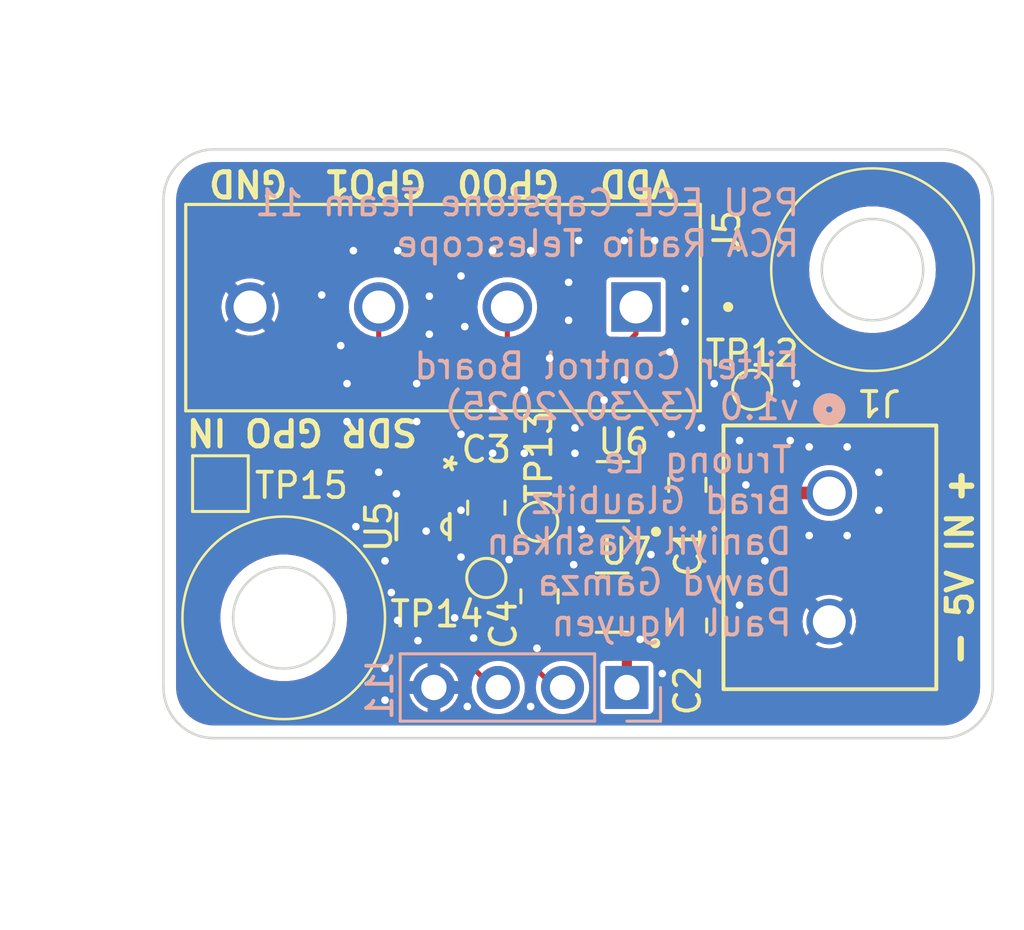
<source format=kicad_pcb>
(kicad_pcb (version 20240108) (generator "pcbnew") (generator_version "8.0")
  (title_block (title "RCA Telescope PCBs") (date "2025-03-30"))
  (layers (0 "F.Cu" signal) (31 "B.Cu" signal) (34 "B.Paste" user) (35 "F.Paste" user) (36 "B.SilkS" user "B.Silkscreen") (37 "F.SilkS" user "F.Silkscreen") (38 "B.Mask" user) (39 "F.Mask" user) (44 "Edge.Cuts" user))
  (net 0 "")
  (net 1 "/SDR_GPO_1")
  (net 2 "/SDR_GPO_0")
  (net 3 "/SDR_GPO_VDD")
  (net 4 "/Filters/INT_CTRL_V1")
  (net 5 "/Filters/INT_CTRL_V2")
  (net 6 "/Filters/+3V3")
  (net 7 "/FILTER_GND")
  (net 8 "/FiltersCTRL/5V_IN")
  (net 9 "/FiltersCTRL/+1V8")
  (footprint "Library:DCU8" (layer "F.Cu") (at 98.875 34.9 -90)
    (property "Reference" "U5" (at 0 1.75 90) (layer "F.SilkS"))
    (property "Value" "SN74AVC2T45DCUR")
    (fp_line (start -0.505705 1.0541) (end 0.505705 1.0541) (stroke (width 0.1524)) (layer "F.SilkS"))
    (fp_line (start 0.505705 -1.0541) (end -0.505705 -1.0541) (stroke (width 0.1524)) (layer "F.SilkS"))
    (fp_arc (start 0.3048 -1.0541) (mid 0 -0.7493) (end -0.3048 -1.0541) (stroke (width 0.1524)) (layer "F.SilkS"))
    (fp_text user "*" (at -2.5 -0.75 -90) (layer "F.SilkS"))
    (pad "1" smd rect (at -1.3716 -0.750001 270) (size 1.1684 0.254) (layers "F.Cu" "F.Paste" "F.Mask") (net 3 "/SDR_GPO_VDD"))
    (pad "2" smd rect (at -1.3716 -0.25 270) (size 1.1684 0.254) (layers "F.Cu" "F.Paste" "F.Mask") (net 2 "/SDR_GPO_0"))
    (pad "3" smd rect (at -1.3716 0.25 270) (size 1.1684 0.254) (layers "F.Cu" "F.Paste" "F.Mask") (net 1 "/SDR_GPO_1"))
    (pad "4" smd rect (at -1.3716 0.750001 270) (size 1.1684 0.254) (layers "F.Cu" "F.Paste" "F.Mask") (net 7 "/FILTER_GND"))
    (pad "5" smd rect (at 1.3716 0.750001 270) (size 1.1684 0.254) (layers "F.Cu" "F.Paste" "F.Mask") (net 3 "/SDR_GPO_VDD"))
    (pad "6" smd rect (at 1.3716 0.25 270) (size 1.1684 0.254) (layers "F.Cu" "F.Paste" "F.Mask") (net 5 "/Filters/INT_CTRL_V2"))
    (pad "7" smd rect (at 1.3716 -0.25 270) (size 1.1684 0.254) (layers "F.Cu" "F.Paste" "F.Mask") (net 4 "/Filters/INT_CTRL_V1"))
    (pad "8" smd rect (at 1.3716 -0.750001 270) (size 1.1684 0.254) (layers "F.Cu" "F.Paste" "F.Mask") (net 9 "/FiltersCTRL/+1V8"))
  )
  (footprint "PCM_kikit:Board" (layer "F.Cu") (at 91.7125 19.95)
    (property "Reference" "FC")
    (property "Value" "Board")
  )
  (footprint "Library:CONN_1729128_PXC" (layer "F.Cu") (at 114.917501 33.57 -90)
    (property "Reference" "J1" (at -3.57 -1.957499 180) (layer "F.SilkS"))
    (property "Value" "5V In For Filter Board")
    (fp_circle (center -3.302 0) (end -2.921 0) (stroke (width 0.508)) (fill none) (layer "B.SilkS"))
    (fp_line (start -2.667 4.177) (end 7.747 4.177) (stroke (width 0.1524)) (layer "F.SilkS"))
    (fp_line (start 7.747 4.177) (end 7.747 -4.226999) (stroke (width 0.1524)) (layer "F.SilkS"))
    (fp_line (start -2.667 -4.226999) (end -2.667 4.177) (stroke (width 0.1524)) (layer "F.SilkS"))
    (fp_line (start 7.747 -4.226999) (end -2.667 -4.226999) (stroke (width 0.1524)) (layer "F.SilkS"))
    (fp_circle (center -3.302 0) (end -2.921 0) (stroke (width 0.508)) (fill none) (layer "F.SilkS"))
    (pad "1" thru_hole circle (at 0 0 270) (size 1.8034 1.8034) (drill 1.2954) (layers "*.Cu" "*.Mask") (net 8 "/FiltersCTRL/5V_IN"))
    (pad "2" thru_hole circle (at 5.08 0 270) (size 1.8034 1.8034) (drill 1.2954) (layers "*.Cu" "*.Mask") (net 7 "/FILTER_GND"))
  )
  (footprint "Library:PHOENIX_1729144" (layer "F.Cu") (at 109.825 22.175 180)
    (property "Reference" "J5" (at -1.05 -1.075 90) (layer "F.SilkS"))
    (property "Value" "Input from SDR")
    (fp_line (start 20.32 0) (end 20.32 -8.15) (stroke (width 0.127)) (layer "F.SilkS"))
    (fp_line (start 20.32 -8.15) (end 0 -8.15) (stroke (width 0.127)) (layer "F.SilkS"))
    (fp_line (start 0 0) (end 20.32 0) (stroke (width 0.127)) (layer "F.SilkS"))
    (fp_line (start 0 -8.15) (end 0 0) (stroke (width 0.127)) (layer "F.SilkS"))
    (fp_circle (center -1.1 -4.05) (end -1 -4.05) (stroke (width 0.2)) (fill none) (layer "F.SilkS"))
    (pad "1" thru_hole rect (at 2.54 -4.05 180) (size 1.95 1.95) (drill 1.3) (layers "*.Cu" "*.Mask") (net 3 "/SDR_GPO_VDD"))
    (pad "2" thru_hole circle (at 7.62 -4.05 180) (size 1.95 1.95) (drill 1.3) (layers "*.Cu" "*.Mask") (net 2 "/SDR_GPO_0"))
    (pad "3" thru_hole circle (at 12.7 -4.05 180) (size 1.95 1.95) (drill 1.3) (layers "*.Cu" "*.Mask") (net 1 "/SDR_GPO_1"))
    (pad "4" thru_hole circle (at 17.78 -4.05 180) (size 1.95 1.95) (drill 1.3) (layers "*.Cu" "*.Mask") (net 7 "/FILTER_GND"))
  )
  (footprint "Capacitor_SMD:C_0805_2012Metric" (layer "F.Cu") (at 103.475 37.65 -90)
    (property "Reference" "C4" (at 1.1 1.425 90) (layer "F.SilkS"))
    (property "Value" "1 uF")
    (fp_line (start -0.261252 0.735) (end 0.261252 0.735) (stroke (width 0.12)) (layer "F.SilkS"))
    (fp_line (start -0.261252 -0.735) (end 0.261252 -0.735) (stroke (width 0.12)) (layer "F.SilkS"))
    (pad "1" smd roundrect (at -0.95 0 270) (size 1 1.45) (layers "F.Cu" "F.Paste" "F.Mask") (net 7 "/FILTER_GND"))
    (pad "2" smd roundrect (at 0.95 0 270) (size 1 1.45) (layers "F.Cu" "F.Paste" "F.Mask") (net 6 "/Filters/+3V3"))
  )
  (footprint "Capacitor_SMD:C_0805_2012Metric" (layer "F.Cu") (at 101.375 34.15 -90)
    (property "Reference" "C3" (at -2.3 0 0) (layer "F.SilkS"))
    (property "Value" "1 uF")
    (fp_line (start -0.261252 0.735) (end 0.261252 0.735) (stroke (width 0.12)) (layer "F.SilkS"))
    (fp_line (start -0.261252 -0.735) (end 0.261252 -0.735) (stroke (width 0.12)) (layer "F.SilkS"))
    (pad "1" smd roundrect (at -0.95 0 270) (size 1 1.45) (layers "F.Cu" "F.Paste" "F.Mask") (net 7 "/FILTER_GND"))
    (pad "2" smd roundrect (at 0.95 0 270) (size 1 1.45) (layers "F.Cu" "F.Paste" "F.Mask") (net 9 "/FiltersCTRL/+1V8"))
  )
  (footprint "Library:SOT65P210X110-5N" (layer "F.Cu") (at 106.375 33.5 180)
    (property "Reference" "U6" (at -0.425 1.95 0) (layer "F.SilkS"))
    (property "Value" "MIC5365-1.8YC5-TR")
    (fp_line (start 0.625 -1.17) (end -0.625 -1.17) (stroke (width 0.127)) (layer "F.SilkS"))
    (fp_line (start -0.625 1.17) (end 0.625 1.17) (stroke (width 0.127)) (layer "F.SilkS"))
    (fp_circle (center -1.7 -1.6) (end -1.6 -1.6) (stroke (width 0.2)) (fill none) (layer "F.SilkS"))
    (pad "1" smd rect (at -0.97 -0.6875 180) (size 1.17 0.375) (layers "F.Cu" "F.Paste" "F.Mask") (net 8 "/FiltersCTRL/5V_IN"))
    (pad "2" smd rect (at -0.97 0 180) (size 1.17 0.3) (layers "F.Cu" "F.Paste" "F.Mask") (net 7 "/FILTER_GND"))
    (pad "3" smd rect (at -0.97 0.6625 180) (size 1.17 0.375) (layers "F.Cu" "F.Paste" "F.Mask") (net 8 "/FiltersCTRL/5V_IN"))
    (pad "4" smd rect (at 0.97 0.65 180) (size 1.17 0.4) (layers "F.Cu" "F.Paste" "F.Mask"))
    (pad "5" smd rect (at 0.97 -0.65 180) (size 1.17 0.4) (layers "F.Cu" "F.Paste" "F.Mask") (net 9 "/FiltersCTRL/+1V8"))
  )
  (footprint "Library:SOT65P210X110-5N" (layer "F.Cu") (at 106.3425 37.9 180)
    (property "Reference" "U7" (at -0.5575 2.025 0) (layer "F.SilkS"))
    (property "Value" "MIC5365-3.3YC5-TR")
    (fp_line (start 0.625 -1.17) (end -0.625 -1.17) (stroke (width 0.127)) (layer "F.SilkS"))
    (fp_line (start -0.625 1.17) (end 0.625 1.17) (stroke (width 0.127)) (layer "F.SilkS"))
    (fp_circle (center -1.7 -1.6) (end -1.6 -1.6) (stroke (width 0.2)) (fill none) (layer "F.SilkS"))
    (pad "1" smd rect (at -0.97 -0.6875 180) (size 1.17 0.375) (layers "F.Cu" "F.Paste" "F.Mask") (net 8 "/FiltersCTRL/5V_IN"))
    (pad "2" smd rect (at -0.97 0 180) (size 1.17 0.3) (layers "F.Cu" "F.Paste" "F.Mask") (net 7 "/FILTER_GND"))
    (pad "3" smd rect (at -0.97 0.6625 180) (size 1.17 0.375) (layers "F.Cu" "F.Paste" "F.Mask") (net 8 "/FiltersCTRL/5V_IN"))
    (pad "4" smd rect (at 0.97 0.65 180) (size 1.17 0.4) (layers "F.Cu" "F.Paste" "F.Mask"))
    (pad "5" smd rect (at 0.97 -0.65 180) (size 1.17 0.4) (layers "F.Cu" "F.Paste" "F.Mask") (net 6 "/Filters/+3V3"))
  )
  (footprint "Library:TestPoint_Pad_D1.0mm_Edit" (layer "F.Cu") (at 101.375 36.925)
    (property "Reference" "TP14" (at -1.95 1.425 0) (layer "F.SilkS"))
    (property "Value" "TestPoint")
    (fp_circle (center 0 0) (end 0 0.775) (stroke (width 0.12)) (fill none) (layer "F.SilkS"))
    (pad "1" smd circle (at 0 0) (size 1 1) (layers "F.Cu" "F.Mask") (net 6 "/Filters/+3V3"))
  )
  (footprint "Library:TestPoint_Pad_1.5x1.5mm_Edit" (layer "F.Cu") (at 90.875 33.2 180)
    (property "Reference" "TP15" (at -3.2 -0.075 0) (layer "F.SilkS"))
    (property "Value" "TestPoint")
    (fp_line (start 1.1 1.1) (end -1.1 1.1) (stroke (width 0.12)) (layer "F.SilkS"))
    (fp_line (start 1.1 -1.1) (end 1.1 1.1) (stroke (width 0.12)) (layer "F.SilkS"))
    (fp_line (start -1.1 1.1) (end -1.1 -1.1) (stroke (width 0.12)) (layer "F.SilkS"))
    (fp_line (start -1.1 -1.1) (end 1.1 -1.1) (stroke (width 0.12)) (layer "F.SilkS"))
    (pad "1" smd rect (at 0 0 180) (size 1.5 1.5) (layers "F.Cu" "F.Mask") (net 7 "/FILTER_GND"))
  )
  (footprint "Capacitor_SMD:C_0805_2012Metric" (layer "F.Cu") (at 109.3425 38.8 -90)
    (property "Reference" "C2" (at 2.575 0.0175 90) (layer "F.SilkS"))
    (property "Value" "1 uF")
    (fp_line (start -0.261252 0.735) (end 0.261252 0.735) (stroke (width 0.12)) (layer "F.SilkS"))
    (fp_line (start -0.261252 -0.735) (end 0.261252 -0.735) (stroke (width 0.12)) (layer "F.SilkS"))
    (pad "1" smd roundrect (at -0.95 0 270) (size 1 1.45) (layers "F.Cu" "F.Paste" "F.Mask") (net 8 "/FiltersCTRL/5V_IN"))
    (pad "2" smd roundrect (at 0.95 0 270) (size 1 1.45) (layers "F.Cu" "F.Paste" "F.Mask") (net 7 "/FILTER_GND"))
  )
  (footprint "Library:TestPoint_Pad_D1.0mm_Edit" (layer "F.Cu") (at 103.425 34.7)
    (property "Reference" "TP13" (at 0.025 -2.55 90) (layer "F.SilkS"))
    (property "Value" "TestPoint")
    (fp_circle (center 0 0) (end 0 0.775) (stroke (width 0.12)) (fill none) (layer "F.SilkS"))
    (pad "1" smd circle (at 0 0) (size 1 1) (layers "F.Cu" "F.Mask") (net 9 "/FiltersCTRL/+1V8"))
  )
  (footprint "Library:TestPoint_Pad_D1.0mm_Edit" (layer "F.Cu") (at 111.875 29.5)
    (property "Reference" "TP12" (at 0 -1.448 0) (layer "F.SilkS"))
    (property "Value" "TestPoint")
    (fp_circle (center 0 0) (end 0 0.775) (stroke (width 0.12)) (fill none) (layer "F.SilkS"))
    (pad "1" smd circle (at 0 0) (size 1 1) (layers "F.Cu" "F.Mask") (net 8 "/FiltersCTRL/5V_IN"))
  )
  (footprint "Capacitor_SMD:C_0805_2012Metric" (layer "F.Cu") (at 109.3125 33.25 90)
    (property "Reference" "C1" (at -2.65 0.0375 90) (layer "F.SilkS"))
    (property "Value" "1 uF")
    (fp_line (start -0.261252 -0.735) (end 0.261252 -0.735) (stroke (width 0.12)) (layer "F.SilkS"))
    (fp_line (start -0.261252 0.735) (end 0.261252 0.735) (stroke (width 0.12)) (layer "F.SilkS"))
    (pad "1" smd roundrect (at -0.95 0 90) (size 1 1.45) (layers "F.Cu" "F.Paste" "F.Mask") (net 8 "/FiltersCTRL/5V_IN"))
    (pad "2" smd roundrect (at 0.95 0 90) (size 1 1.45) (layers "F.Cu" "F.Paste" "F.Mask") (net 7 "/FILTER_GND"))
  )
  (footprint "Connector_PinHeader_2.54mm:PinHeader_1x04_P2.54mm_Vertical" (layer "B.Cu") (at 106.925 41.25 90)
    (property "Reference" "J11" (at 0.05 -9.75 90) (layer "B.SilkS") (effects (justify mirror)))
    (property "Value" "Conn_01x04_MountingPin")
    (fp_line (start 1.33 -8.95) (end -1.33 -8.95) (stroke (width 0.12)) (layer "B.SilkS"))
    (fp_line (start 1.33 -8.95) (end 1.33 -1.27) (stroke (width 0.12)) (layer "B.SilkS"))
    (fp_line (start -1.33 -8.95) (end -1.33 -1.27) (stroke (width 0.12)) (layer "B.SilkS"))
    (fp_line (start 1.33 -1.27) (end -1.33 -1.27) (stroke (width 0.12)) (layer "B.SilkS"))
    (fp_line (start 0 1.33) (end -1.33 1.33) (stroke (width 0.12)) (layer "B.SilkS"))
    (fp_line (start -1.33 1.33) (end -1.33 0) (stroke (width 0.12)) (layer "B.SilkS"))
    (pad "1" thru_hole rect (at 0 0 90) (size 1.7 1.7) (drill 1) (layers "*.Cu" "*.Mask") (net 6 "/Filters/+3V3"))
    (pad "2" thru_hole oval (at 0 -2.54 90) (size 1.7 1.7) (drill 1) (layers "*.Cu" "*.Mask") (net 4 "/Filters/INT_CTRL_V1"))
    (pad "3" thru_hole oval (at 0 -5.08 90) (size 1.7 1.7) (drill 1) (layers "*.Cu" "*.Mask") (net 5 "/Filters/INT_CTRL_V2"))
    (pad "4" thru_hole oval (at 0 -7.62 90) (size 1.7 1.7) (drill 1) (layers "*.Cu" "*.Mask") (net 7 "/FILTER_GND"))
  )
  (gr_circle (center 93.375 38.5) (end 97.375 38.5) (stroke (width 0.1)) (fill none) (layer "F.SilkS"))
  (gr_circle (center 116.625 24.75) (end 120.625 24.75) (stroke (width 0.1)) (fill none) (layer "F.SilkS"))
  (gr_arc (start 90.625 43.25) (mid 89.210786 42.664213) (end 88.625 41.25) (stroke (width 0.1)) (layer "Edge.Cuts"))
  (gr_arc (start 119.375 20) (mid 120.789213 20.585786) (end 121.375 22) (stroke (width 0.1)) (layer "Edge.Cuts"))
  (gr_line (start 121.375 22) (end 121.375 41.25) (stroke (width 0.1)) (layer "Edge.Cuts"))
  (gr_circle (center 93.375 38.5) (end 95.374999 38.5) (stroke (width 0.1)) (fill none) (layer "Edge.Cuts"))
  (gr_circle (center 116.625 24.75) (end 118.624999 24.75) (stroke (width 0.1)) (fill none) (layer "Edge.Cuts"))
  (gr_line (start 119.375 43.25) (end 90.625 43.25) (stroke (width 0.1)) (layer "Edge.Cuts"))
  (gr_line (start 88.625 41.25) (end 88.625 22) (stroke (width 0.1)) (layer "Edge.Cuts"))
  (gr_line (start 90.625 20) (end 119.375 20) (stroke (width 0.1)) (layer "Edge.Cuts"))
  (gr_arc (start 121.375 41.25) (mid 120.789213 42.664213) (end 119.375 43.25) (stroke (width 0.1)) (layer "Edge.Cuts"))
  (gr_arc (start 88.625 22) (mid 89.210786 20.585786) (end 90.625 20) (stroke (width 0.1)) (layer "Edge.Cuts"))
  (gr_text "PSU ECE Capstone Team 11\nRCA Radio Telescope\n\n\nFilter Control Board\nv1.0 (3/30/2025)" (at 113.825 30.75 0) (layer "B.SilkS") (effects (font (size 1 1)) (justify left bottom mirror)))
  (gr_text "Truong Le\nBrad Glaubitz \nDaniyil Kashkan\nDavyd Gamza\nPaul Nguyen\n\n" (at 113.525 40.9 0) (layer "B.SilkS") (effects (font (size 1 1)) (justify left bottom mirror)))
  (gr_text "GPO0" (at 104.375 20.75 180) (layer "F.SilkS") (effects (font (size 1 1) (thickness 0.2) (bold yes)) (justify left bottom)))
  (gr_text "SDR GPO IN" (at 98.75 30.575 180) (layer "F.SilkS") (effects (font (size 1 1) (thickness 0.2) (bold yes)) (justify left bottom)))
  (gr_text "VDD" (at 108.875 20.75 180) (layer "F.SilkS") (effects (font (size 1 1) (thickness 0.2) (bold yes)) (justify left bottom)))
  (gr_text "+" (at 119.625 32.5 -90) (layer "F.SilkS") (effects (font (size 1 1) (thickness 0.25) (bold yes)) (justify left bottom)))
  (gr_text "-" (at 120.625 40.5 90) (layer "F.SilkS") (effects (font (size 1 1) (thickness 0.25) (bold yes)) (justify left bottom)))
  (gr_text "5V IN" (at 120.667501 38.5766 90) (layer "F.SilkS") (effects (font (size 1 1) (thickness 0.2) (bold yes)) (justify left bottom)))
  (gr_text "GPO1" (at 99.125 20.75 180) (layer "F.SilkS") (effects (font (size 1 1) (thickness 0.2) (bold yes)) (justify left bottom)))
  (gr_text "GND" (at 93.625 20.75 180) (layer "F.SilkS") (effects (font (size 1 1) (thickness 0.2) (bold yes)) (justify left bottom)))
  (segment (start 97.125 30.757499) (end 98.625 32.257499) (width 0.2) (layer "F.Cu") (net 1))
  (segment (start 98.625 32.257499) (end 98.625 33.5284) (width 0.2) (layer "F.Cu") (net 1))
  (segment (start 97.125 26.225) (end 97.125 30.757499) (width 0.2) (layer "F.Cu") (net 1))
  (segment (start 99.125 31.08375) (end 99.125 33.5284) (width 0.2) (layer "F.Cu") (net 2))
  (segment (start 102.205 28.00375) (end 99.125 31.08375) (width 0.2) (layer "F.Cu") (net 2))
  (segment (start 102.205 26.225) (end 102.205 28.00375) (width 0.2) (layer "F.Cu") (net 2))
  (segment (start 99.625001 33.1425) (end 99.625001 33.492499) (width 0.2) (layer "F.Cu") (net 3))
  (segment (start 98.124999 35.025001) (end 98.124999 36.2716) (width 0.15) (layer "F.Cu") (net 3))
  (segment (start 98.7624 34.3876) (end 98.124999 35.025001) (width 0.15) (layer "F.Cu") (net 3))
  (segment (start 101.567501 31.2) (end 99.625001 33.1425) (width 0.2) (layer "F.Cu") (net 3))
  (segment (start 99.527 34.3876) (end 98.7624 34.3876) (width 0.15) (layer "F.Cu") (net 3))
  (segment (start 103.367501 31.2) (end 101.567501 31.2) (width 0.2) (layer "F.Cu") (net 3))
  (segment (start 99.625001 33.5284) (end 99.625001 34.289599) (width 0.15) (layer "F.Cu") (net 3))
  (segment (start 107.285 26.225) (end 107.285 27.282501) (width 0.2) (layer "F.Cu") (net 3))
  (segment (start 99.625001 34.289599) (end 99.527 34.3876) (width 0.15) (layer "F.Cu") (net 3))
  (segment (start 107.285 27.282501) (end 103.367501 31.2) (width 0.2) (layer "F.Cu") (net 3))
  (segment (start 99.942201 37.9) (end 99.125 37.082799) (width 0.2) (layer "F.Cu") (net 4))
  (segment (start 99.125 37.082799) (end 99.125 36.2716) (width 0.2) (layer "F.Cu") (net 4))
  (segment (start 104.076471 41.25) (end 100.726471 37.9) (width 0.2) (layer "F.Cu") (net 4))
  (segment (start 100.726471 37.9) (end 99.942201 37.9) (width 0.2) (layer "F.Cu") (net 4))
  (segment (start 104.385 41.25) (end 104.076471 41.25) (width 0.2) (layer "F.Cu") (net 4))
  (segment (start 101.61 41.25) (end 101.845 41.25) (width 0.15) (layer "F.Cu") (net 5))
  (segment (start 101.61 41.235) (end 101.61 41.25) (width 0.2) (layer "F.Cu") (net 5))
  (segment (start 98.625 38.25) (end 101.61 41.235) (width 0.2) (layer "F.Cu") (net 5))
  (segment (start 98.625 36.2716) (end 98.625 38.25) (width 0.2) (layer "F.Cu") (net 5))
  (segment (start 106.925 40.025) (end 106.925 41.25) (width 0.4) (layer "F.Cu") (net 6))
  (segment (start 106.4 39.5) (end 106.925 40.025) (width 0.4) (layer "F.Cu") (net 6))
  (segment (start 103.475 38.6) (end 102.875 38.6) (width 0.15) (layer "F.Cu") (net 6))
  (segment (start 103.3425 38.55) (end 104.2925 39.5) (width 0.4) (layer "F.Cu") (net 6))
  (segment (start 102.875 38.6) (end 101.275 37) (width 0.15) (layer "F.Cu") (net 6))
  (segment (start 104.2925 39.5) (end 106.4 39.5) (width 0.4) (layer "F.Cu") (net 6))
  (segment (start 105.3725 38.55) (end 103.3425 38.55) (width 0.25) (layer "F.Cu") (net 6))
  (via (at 101.625 30.25) (size 0.6) (drill 0.3) (layers "F.Cu" "B.Cu") (net 7))
  (via (at 95.875 30.75) (size 0.6) (drill 0.3) (layers "F.Cu" "B.Cu") (net 7))
  (via (at 105.025 23.6) (size 0.6) (drill 0.3) (layers "F.Cu" "B.Cu") (net 7))
  (via (at 107.45 39.35) (size 0.6) (drill 0.3) (layers "F.Cu" "B.Cu") (net 7))
  (via (at 97.375 41.75) (size 0.6) (drill 0.3) (layers "F.Cu" "B.Cu") (net 7))
  (via (at 99 35.075) (size 0.6) (drill 0.3) (layers "F.Cu" "B.Cu") (net 7))
  (via (at 104.825 36.4) (size 0.6) (drill 0.3) (layers "F.Cu" "B.Cu") (net 7))
  (via (at 100.125 38.5) (size 0.6) (drill 0.3) (layers "F.Cu" "B.Cu") (net 7))
  (via (at 111.375 38) (size 0.6) (drill 0.3) (layers "F.Cu" "B.Cu") (net 7))
  (via (at 100.525 27) (size 0.6) (drill 0.3) (layers "F.Cu" "B.Cu") (net 7))
  (via (at 104.875 31) (size 0.6) (drill 0.3) (layers "F.Cu" "B.Cu") (net 7))
  (via (at 95.875 29.25) (size 0.6) (drill 0.3) (layers "F.Cu" "B.Cu") (net 7))
  (via (at 106.825 29.1) (size 0.6) (drill 0.3) (layers "F.Cu" "B.Cu") (net 7))
  (via (at 98.625 29.25) (size 0.6) (drill 0.3) (layers "F.Cu" "B.Cu") (net 7))
  (via (at 108.675 31.25) (size 0.6) (drill 0.3) (layers "F.Cu" "B.Cu") (net 7))
  (via (at 106.025 29.9) (size 0.6) (drill 0.3) (layers "F.Cu" "B.Cu") (net 7))
  (via (at 108.025 23.6) (size 0.6) (drill 0.3) (layers "F.Cu" "B.Cu") (net 7))
  (via (at 109.225 26.8) (size 0.6) (drill 0.3) (layers "F.Cu" "B.Cu") (net 7))
  (via (at 114.125 31.75) (size 0.6) (drill 0.3) (layers "F.Cu" "B.Cu") (net 7))
  (via (at 113.625 29.25) (size 0.6) (drill 0.3) (layers "F.Cu" "B.Cu") (net 7))
  (via (at 104.875 32) (size 0.6) (drill 0.3) (layers "F.Cu" "B.Cu") (net 7))
  (via (at 115.625 35.25) (size 0.6) (drill 0.3) (layers "F.Cu" "B.Cu") (net 7))
  (via (at 102.875 29.5) (size 0.6) (drill 0.3) (layers "F.Cu" "B.Cu") (net 7))
  (via (at 109.225 25.5) (size 0.6) (drill 0.3) (layers "F.Cu" "B.Cu") (net 7))
  (via (at 103.125 24) (size 0.6) (drill 0.3) (layers "F.Cu" "B.Cu") (net 7))
  (via (at 103.875 28.25) (size 0.6) (drill 0.3) (layers "F.Cu" "B.Cu") (net 7))
  (via (at 105.125 35) (size 0.6) (drill 0.3) (layers "F.Cu" "B.Cu") (net 7))
  (via (at 99.125 27.3) (size 0.6) (drill 0.3) (layers "F.Cu" "B.Cu") (net 7))
  (via (at 97.375 36.25) (size 0.6) (drill 0.3) (layers "F.Cu" "B.Cu") (net 7))
  (via (at 102.275 36.2) (size 0.6) (drill 0.3) (layers "F.Cu" "B.Cu") (net 7))
  (via (at 115.625 31.75) (size 0.6) (drill 0.3) (layers "F.Cu" "B.Cu") (net 7))
  (via (at 100.375 25) (size 0.6) (drill 0.3) (layers "F.Cu" "B.Cu") (net 7))
  (via (at 114.125 35.25) (size 0.6) (drill 0.3) (layers "F.Cu" "B.Cu") (net 7))
  (via (at 100.375 31.25) (size 0.6) (drill 0.3) (layers "F.Cu" "B.Cu") (net 7))
  (via (at 110.375 29.25) (size 0.6) (drill 0.3) (layers "F.Cu" "B.Cu") (net 7))
  (via (at 102.875 32) (size 0.6) (drill 0.3) (layers "F.Cu" "B.Cu") (net 7))
  (via (at 108.325 40.7) (size 0.6) (drill 0.3) (layers "F.Cu" "B.Cu") (net 7))
  (via (at 99.125 25.8) (size 0.6) (drill 0.3) (layers "F.Cu" "B.Cu") (net 7))
  (via (at 98.625 30.75) (size 0.6) (drill 0.3) (layers "F.Cu" "B.Cu") (net 7))
  (via (at 97.875 24) (size 0.6) (drill 0.3) (layers "F.Cu" "B.Cu") (net 7))
  (via (at 113.375 31.5) (size 0.6) (drill 0.3) (layers "F.Cu" "B.Cu") (net 7))
  (via (at 104.625 26.75) (size 0.6) (drill 0.3) (layers "F.Cu" "B.Cu") (net 7))
  (via (at 111.625 33.25) (size 0.6) (drill 0.3) (layers "F.Cu" "B.Cu") (net 7))
  (via (at 103.125 42) (size 0.6) (drill 0.3) (layers "F.Cu" "B.Cu") (net 7))
  (via (at 100.375 36.1) (size 0.6) (drill 0.3) (layers "F.Cu" "B.Cu") (net 7))
  (via (at 109.875 31) (size 0.6) (drill 0.3) (layers "F.Cu" "B.Cu") (net 7))
  (via (at 100.375 34.25) (size 0.6) (drill 0.3) (layers "F.Cu" "B.Cu") (net 7))
  (via (at 101.625 24) (size 0.6) (drill 0.3) (layers "F.Cu" "B.Cu") (net 7))
  (via (at 96.225 34.9) (size 0.6) (drill 0.3) (layers "F.Cu" "B.Cu") (net 7))
  (via (at 96.125 24) (size 0.6) (drill 0.3) (layers "F.Cu" "B.Cu") (net 7))
  (via (at 97.625 37.5) (size 0.6) (drill 0.3) (layers "F.Cu" "B.Cu") (net 7))
  (via (at 107.875 36) (size 0.6) (drill 0.3) (layers "F.Cu" "B.Cu") (net 7))
  (via (at 97.375 40.5) (size 0.6) (drill 0.3) (layers "F.Cu" "B.Cu") (net 7))
  (via (at 98.675 39.4) (size 0.6) (drill 0.3) (layers "F.Cu" "B.Cu") (net 7))
  (via (at 116.875 32.75) (size 0.6) (drill 0.3) (layers "F.Cu" "B.Cu") (net 7))
  (via (at 101.625 32) (size 0.6) (drill 0.3) (layers "F.Cu" "B.Cu") (net 7))
  (via (at 97.825 33.6) (size 0.6) (drill 0.3) (layers "F.Cu" "B.Cu") (net 7))
  (via (at 106.825 23.6) (size 0.6) (drill 0.3) (layers "F.Cu" "B.Cu") (net 7))
  (via (at 103.375 39.7) (size 0.6) (drill 0.3) (layers "F.Cu" "B.Cu") (net 7))
  (via (at 97.125 32.75) (size 0.6) (drill 0.3) (layers "F.Cu" "B.Cu") (net 7))
  (via (at 100.625 42) (size 0.6) (drill 0.3) (layers "F.Cu" "B.Cu") (net 7))
  (via (at 108.625 28) (size 0.6) (drill 0.3) (layers "F.Cu" "B.Cu") (net 7))
  (via (at 116.875 34.25) (size 0.6) (drill 0.3) (layers "F.Cu" "B.Cu") (net 7))
  (via (at 112.375 36.25) (size 0.6) (drill 0.3) (layers "F.Cu" "B.Cu") (net 7))
  (via (at 111.375 31.5) (size 0.6) (drill 0.3) (layers "F.Cu" "B.Cu") (net 7))
  (via (at 97.875 38.6) (size 0.6) (drill 0.3) (layers "F.Cu" "B.Cu") (net 7))
  (via (at 104.625 25.25) (size 0.6) (drill 0.3) (layers "F.Cu" "B.Cu") (net 7))
  (via (at 95.625 27.75) (size 0.6) (drill 0.3) (layers "F.Cu" "B.Cu") (net 7))
  (via (at 100.875 39.3) (size 0.6) (drill 0.3) (layers "F.Cu" "B.Cu") (net 7))
  (via (at 94.875 25.75) (size 0.6) (drill 0.3) (layers "F.Cu" "B.Cu") (net 7))
  (segment (start 108.4 33.125) (end 108.1125 32.8375) (width 0.25) (layer "F.Cu") (net 8))
  (segment (start 109.3125 34.2) (end 109.3125 33.125) (width 0.25) (layer "F.Cu") (net 8))
  (segment (start 109.3125 33.125) (end 108.4 33.125) (width 0.25) (layer "F.Cu") (net 8))
  (segment (start 108.035 37.2375) (end 108.2225 37.425) (width 0.25) (layer "F.Cu") (net 8))
  (segment (start 109.3559 34.3934) (end 109.3125 34.35) (width 0.25) (layer "F.Cu") (net 8))
  (segment (start 107.3625 38.5875) (end 108.01 38.5875) (width 0.25) (layer "F.Cu") (net 8))
  (segment (start 111.875 31) (end 113.375 32.5) (width 0.15) (layer "F.Cu") (net 8))
  (segment (start 108.3425 37.9) (end 108.9425 37.9) (width 0.25) (layer "F.Cu") (net 8))
  (segment (start 108.01 38.5875) (end 108.2225 38.375) (width 0.25) (layer "F.Cu") (net 8))
  (segment (start 109.3 34.1875) (end 108.375 34.1875) (width 0.25) (layer "F.Cu") (net 8))
  (segment (start 107.3625 37.2375) (end 108.035 37.2375) (width 0.25) (layer "F.Cu") (net 8))
  (segment (start 108.375 34.1875) (end 107.095 34.1875) (width 0.25) (layer "F.Cu") (net 8))
  (segment (start 109.3425 36.95) (end 112.08375 34.20875) (width 0.5) (layer "F.Cu") (net 8))
  (segment (start 111.9425 34.35) (end 109.3125 34.35) (width 0.5) (layer "F.Cu") (net 8))
  (segment (start 111.875 29.5) (end 111.875 31) (width 0.15) (layer "F.Cu") (net 8))
  (segment (start 109.3125 34.2) (end 109.3 34.1875) (width 0.25) (layer "F.Cu") (net 8))
  (segment (start 109.3125 34.2) (end 109.4625 34.35) (width 0.25) (layer "F.Cu") (net 8))
  (segment (start 109.3425 36.95) (end 109.3425 37.85) (width 0.5) (layer "F.Cu") (net 8))
  (segment (start 113.375 33.57) (end 114.917501 33.57) (width 0.5) (layer "F.Cu") (net 8))
  (segment (start 113.375 32.5) (end 113.375 33.57) (width 0.15) (layer "F.Cu") (net 8))
  (segment (start 108.2225 38.375) (end 108.2225 37.9) (width 0.25) (layer "F.Cu") (net 8))
  (segment (start 112.7225 33.57) (end 113.375 33.57) (width 0.5) (layer "F.Cu") (net 8))
  (segment (start 112.08375 34.20875) (end 112.7225 33.57) (width 0.5) (layer "F.Cu") (net 8))
  (segment (start 108.1125 32.8375) (end 107.095 32.8375) (width 0.25) (layer "F.Cu") (net 8))
  (segment (start 108.2225 37.425) (end 108.2225 38.02) (width 0.25) (layer "F.Cu") (net 8))
  (segment (start 107.375 37.25) (end 107.3625 37.2375) (width 0.2) (layer "F.Cu") (net 8))
  (segment (start 101.9925 34.95) (end 101.8425 35.1) (width 0.15) (layer "F.Cu") (net 9))
  (segment (start 103.975 34.15) (end 103.175 34.95) (width 0.25) (layer "F.Cu") (net 9))
  (segment (start 99.625001 35.249999) (end 99.625001 36.2716) (width 0.15) (layer "F.Cu") (net 9))
  (segment (start 105.155 34.15) (end 103.975 34.15) (width 0.25) (layer "F.Cu") (net 9))
  (segment (start 103.175 34.95) (end 101.9925 34.95) (width 0.25) (layer "F.Cu") (net 9))
  (segment (start 101.8425 35.1) (end 99.775 35.1) (width 0.15) (layer "F.Cu") (net 9))
  (segment (start 101.8125 34.95) (end 101.7625 34.9) (width 0.15) (layer "F.Cu") (net 9))
  (segment (start 99.775 35.1) (end 99.625001 35.249999) (width 0.15) (layer "F.Cu") (net 9))
  (zone (net 7) (net_name "/FILTER_GND") (layers "F&B.Cu") (name "GNDFILL") (connect_pads (clearance 0.2)) (min_thickness 0.1524) (fill yes (thermal_gap 0.1524) (thermal_bridge_width 0.5) (smoothing fillet) (radius 0.2))
    (polygon (pts (xy 122.625 19) (xy 87.625 19) (xy 87.625 44) (xy 122.625 44)))
  )
)
</source>
